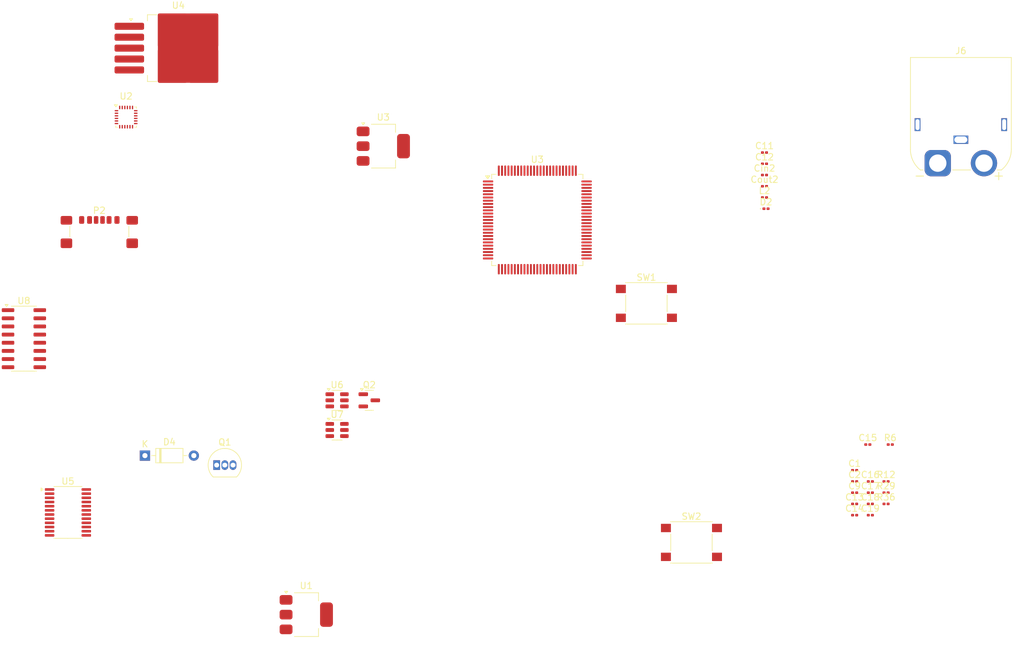
<source format=kicad_pcb>
(kicad_pcb (version 20240108) (generator "pcbnew") (generator_version "8.0")
  (layers (0 "F.Cu" signal) (31 "B.Cu" signal) (34 "B.Paste" user) (35 "F.Paste" user) (36 "B.SilkS" user "B.Silkscreen") (37 "F.SilkS" user "F.Silkscreen") (38 "B.Mask" user) (39 "F.Mask" user) (44 "Edge.Cuts" user))
  (net 0 "")
  (net 1 "GND")
  (net 2 "Net-(D1-K)")
  (net 3 "3.3V")
  (net 4 "5V")
  (net 5 "Net-(BZ1--)")
  (net 6 "Net-(P2-CC)")
  (net 7 "Net-(P2-VCONN)")
  (net 8 "Net-(Q1-B)")
  (net 9 "PA5")
  (net 11 "PB11")
  (net 25 "Net-(U2-REGOUT)")
  (net 26 "PB10")
  (net 29 "PB13")
  (net 31 "PE14")
  (net 32 "PC2")
  (net 35 "PA8")
  (net 37 "PA2")
  (net 42 "PA3")
  (net 45 "PD10")
  (net 46 "PA0")
  (net 48 "SWDIO")
  (net 53 "NRST")
  (net 56 "Net-(U3-VDDA)")
  (net 57 "PD11")
  (net 58 "Net-(U3-BOOT0)")
  (net 62 "PE13")
  (net 66 "PB15")
  (net 67 "PB14")
  (net 68 "Net-(U3-PB2)")
  (net 73 "SWCLK")
  (net 76 "PA7")
  (net 80 "PE11")
  (net 82 "PC1")
  (net 83 "PA9")
  (net 84 "PB12")
  (net 90 "PB7")
  (net 91 "Net-(U3-VCAP_1)")
  (net 93 "PB6")
  (net 97 "Net-(U3-VCAP_2)")
  (net 99 "PE9")
  (net 104 "PA1")
  (net 107 "PA6")
  (net 114 "Net-(D2-K)")
  (net 115 "Net-(J6-Pin_2)")
  (net 118 "PA4")
  (net 120 "Net-(J10-Pin_4)")
  (net 121 "Net-(J12-Pin_4)")
  (net 122 "Net-(J11-Pin_3)")
  (net 124 "Net-(J14-Pin_3)")
  (net 125 "Net-(J10-Pin_3)")
  (net 127 "Net-(J12-Pin_3)")
  (net 128 "Net-(J11-Pin_4)")
  (net 130 "Net-(J14-Pin_4)")
  (net 134 "Net-(P1-D+)")
  (net 135 "PA11")
  (net 136 "Net-(D3-K)")
  (net 137 "PA12")
  (net 138 "Net-(P1-D-)")
  (net 139 "Net-(P2-D-)")
  (net 140 "Net-(P2-D+)")
  (net 141 "Net-(U8-UD-)")
  (footprint "Resistor_SMD:R_0201_0603Metric" (layer "F.Cu") (at 169.345 98)
    (property "Reference" "R29" (at 0 -1.05 0) (layer "F.SilkS"))
    (property "Value" "1k")
    (pad "1" smd roundrect (at -0.32 0) (size 0.46 0.4) (layers "F.Cu" "F.Mask") (net 107 "PA6"))
    (pad "2" smd roundrect (at 0.32 0) (size 0.46 0.4) (layers "F.Cu" "F.Mask") (net 8 "Net-(Q1-B)"))
  )
  (footprint "Capacitor_SMD:C_0201_0603Metric" (layer "F.Cu") (at 164.445 94.5)
    (property "Reference" "C1" (at 0 -1.05 0) (layer "F.SilkS"))
    (property "Value" "100nF")
    (pad "1" smd roundrect (at -0.32 0) (size 0.46 0.4) (layers "F.Cu" "F.Mask") (net 1 "GND"))
    (pad "2" smd roundrect (at 0.32 0) (size 0.46 0.4) (layers "F.Cu" "F.Mask") (net 3 "3.3V"))
  )
  (footprint "Package_QFP:LQFP-100_14x14mm_P0.5mm" (layer "F.Cu") (at 115 55.5)
    (property "Reference" "U3" (at 0 -9.42 0) (layer "F.SilkS"))
    (property "Value" "STM32F407VGTx")
    (fp_line (start -7.11 -7.11) (end -7.11 -6.41) (stroke (width 0.12)) (layer "F.SilkS"))
    (fp_line (start -7.11 7.11) (end -7.11 6.41) (stroke (width 0.12)) (layer "F.SilkS"))
    (fp_line (start -6.41 -7.11) (end -7.11 -7.11) (stroke (width 0.12)) (layer "F.SilkS"))
    (fp_line (start -6.41 7.11) (end -7.11 7.11) (stroke (width 0.12)) (layer "F.SilkS"))
    (fp_line (start 6.41 -7.11) (end 7.11 -7.11) (stroke (width 0.12)) (layer "F.SilkS"))
    (fp_line (start 6.41 7.11) (end 7.11 7.11) (stroke (width 0.12)) (layer "F.SilkS"))
    (fp_line (start 7.11 -7.11) (end 7.11 -6.41) (stroke (width 0.12)) (layer "F.SilkS"))
    (fp_line (start 7.11 7.11) (end 7.11 6.41) (stroke (width 0.12)) (layer "F.SilkS"))
    (fp_poly (pts (xy -7.7375 -6.41) (xy -8.0775 -6.88) (xy -7.3975 -6.88) (xy -7.7375 -6.41)) (stroke (width 0.12)) (fill solid) (layer "F.SilkS"))
    (pad "1" smd roundrect (at -7.675 -6) (size 1.6 0.3) (layers "F.Cu" "F.Paste" "F.Mask"))
    (pad "2" smd roundrect (at -7.675 -5.5) (size 1.6 0.3) (layers "F.Cu" "F.Paste" "F.Mask"))
    (pad "3" smd roundrect (at -7.675 -5) (size 1.6 0.3) (layers "F.Cu" "F.Paste" "F.Mask"))
    (pad "4" smd roundrect (at -7.675 -4.5) (size 1.6 0.3) (layers "F.Cu" "F.Paste" "F.Mask"))
    (pad "5" smd roundrect (at -7.675 -4) (size 1.6 0.3) (layers "F.Cu" "F.Paste" "F.Mask"))
    (pad "6" smd roundrect (at -7.675 -3.5) (size 1.6 0.3) (layers "F.Cu" "F.Paste" "F.Mask") (net 3 "3.3V"))
    (pad "7" smd roundrect (at -7.675 -3) (size 1.6 0.3) (layers "F.Cu" "F.Paste" "F.Mask"))
    (pad "8" smd roundrect (at -7.675 -2.5) (size 1.6 0.3) (layers "F.Cu" "F.Paste" "F.Mask"))
    (pad "9" smd roundrect (at -7.675 -2) (size 1.6 0.3) (layers "F.Cu" "F.Paste" "F.Mask"))
    (pad "10" smd roundrect (at -7.675 -1.5) (size 1.6 0.3) (layers "F.Cu" "F.Paste" "F.Mask") (net 1 "GND"))
    (pad "11" smd roundrect (at -7.675 -1) (size 1.6 0.3) (layers "F.Cu" "F.Paste" "F.Mask") (net 3 "3.3V"))
    (pad "12" smd roundrect (at -7.675 -0.5) (size 1.6 0.3) (layers "F.Cu" "F.Paste" "F.Mask"))
    (pad "13" smd roundrect (at -7.675 0) (size 1.6 0.3) (layers "F.Cu" "F.Paste" "F.Mask"))
    (pad "14" smd roundrect (at -7.675 0.5) (size 1.6 0.3) (layers "F.Cu" "F.Paste" "F.Mask") (net 53 "NRST"))
    (pad "15" smd roundrect (at -7.675 1) (size 1.6 0.3) (layers "F.Cu" "F.Paste" "F.Mask"))
    (pad "16" smd roundrect (at -7.675 1.5) (size 1.6 0.3) (layers "F.Cu" "F.Paste" "F.Mask") (net 82 "PC1"))
    (pad "17" smd roundrect (at -7.675 2) (size 1.6 0.3) (layers "F.Cu" "F.Paste" "F.Mask") (net 32 "PC2"))
    (pad "18" smd roundrect (at -7.675 2.5) (size 1.6 0.3) (layers "F.Cu" "F.Paste" "F.Mask"))
    (pad "19" smd roundrect (at -7.675 3) (size 1.6 0.3) (layers "F.Cu" "F.Paste" "F.Mask") (net 3 "3.3V"))
    (pad "20" smd roundrect (at -7.675 3.5) (size 1.6 0.3) (layers "F.Cu" "F.Paste" "F.Mask") (net 1 "GND"))
    (pad "21" smd roundrect (at -7.675 4) (size 1.6 0.3) (layers "F.Cu" "F.Paste" "F.Mask"))
    (pad "22" smd roundrect (at -7.675 4.5) (size 1.6 0.3) (layers "F.Cu" "F.Paste" "F.Mask") (net 56 "Net-(U3-VDDA)"))
    (pad "23" smd roundrect (at -7.675 5) (size 1.6 0.3) (layers "F.Cu" "F.Paste" "F.Mask") (net 46 "PA0"))
    (pad "24" smd roundrect (at -7.675 5.5) (size 1.6 0.3) (layers "F.Cu" "F.Paste" "F.Mask") (net 104 "PA1"))
    (pad "25" smd roundrect (at -7.675 6) (size 1.6 0.3) (layers "F.Cu" "F.Paste" "F.Mask") (net 37 "PA2"))
    (pad "26" smd roundrect (at -6 7.675) (size 0.3 1.6) (layers "F.Cu" "F.Paste" "F.Mask") (net 42 "PA3"))
    (pad "27" smd roundrect (at -5.5 7.675) (size 0.3 1.6) (layers "F.Cu" "F.Paste" "F.Mask") (net 1 "GND"))
    (pad "28" smd roundrect (at -5 7.675) (size 0.3 1.6) (layers "F.Cu" "F.Paste" "F.Mask") (net 3 "3.3V"))
    (pad "29" smd roundrect (at -4.5 7.675) (size 0.3 1.6) (layers "F.Cu" "F.Paste" "F.Mask"))
    (pad "30" smd roundrect (at -4 7.675) (size 0.3 1.6) (layers "F.Cu" "F.Paste" "F.Mask"))
    (pad "31" smd roundrect (at -3.5 7.675) (size 0.3 1.6) (layers "F.Cu" "F.Paste" "F.Mask") (net 107 "PA6"))
    (pad "32" smd roundrect (at -3 7.675) (size 0.3 1.6) (layers "F.Cu" "F.Paste" "F.Mask") (net 76 "PA7"))
    (pad "33" smd roundrect (at -2.5 7.675) (size 0.3 1.6) (layers "F.Cu" "F.Paste" "F.Mask"))
    (pad "34" smd roundrect (at -2 7.675) (size 0.3 1.6) (layers "F.Cu" "F.Paste" "F.Mask"))
    (pad "35" smd roundrect (at -1.5 7.675) (size 0.3 1.6) (layers "F.Cu" "F.Paste" "F.Mask"))
    (pad "36" smd roundrect (at -1 7.675) (size 0.3 1.6) (layers "F.Cu" "F.Paste" "F.Mask"))
    (pad "37" smd roundrect (at -0.5 7.675) (size 0.3 1.6) (layers "F.Cu" "F.Paste" "F.Mask") (net 68 "Net-(U3-PB2)"))
    (pad "38" smd roundrect (at 0 7.675) (size 0.3 1.6) (layers "F.Cu" "F.Paste" "F.Mask"))
    (pad "39" smd roundrect (at 0.5 7.675) (size 0.3 1.6) (layers "F.Cu" "F.Paste" "F.Mask"))
    (pad "40" smd roundrect (at 1 7.675) (size 0.3 1.6) (layers "F.Cu" "F.Paste" "F.Mask") (net 99 "PE9"))
    (pad "41" smd roundrect (at 1.5 7.675) (size 0.3 1.6) (layers "F.Cu" "F.Paste" "F.Mask"))
    (pad "42" smd roundrect (at 2 7.675) (size 0.3 1.6) (layers "F.Cu" "F.Paste" "F.Mask") (net 80 "PE11"))
    (pad "43" smd roundrect (at 2.5 7.675) (size 0.3 1.6) (layers "F.Cu" "F.Paste" "F.Mask"))
    (pad "44" smd roundrect (at 3 7.675) (size 0.3 1.6) (layers "F.Cu" "F.Paste" "F.Mask") (net 62 "PE13"))
    (pad "45" smd roundrect (at 3.5 7.675) (size 0.3 1.6) (layers "F.Cu" "F.Paste" "F.Mask") (net 31 "PE14"))
    (pad "46" smd roundrect (at 4 7.675) (size 0.3 1.6) (layers "F.Cu" "F.Paste" "F.Mask"))
    (pad "47" smd roundrect (at 4.5 7.675) (size 0.3 1.6) (layers "F.Cu" "F.Paste" "F.Mask") (net 26 "PB10"))
    (pad "48" smd roundrect (at 5 7.675) (size 0.3 1.6) (layers "F.Cu" "F.Paste" "F.Mask") (net 11 "PB11"))
    (pad "49" smd roundrect (at 5.5 7.675) (size 0.3 1.6) (layers "F.Cu" "F.Paste" "F.Mask") (net 91 "Net-(U3-VCAP_1)"))
    (pad "50" smd roundrect (at 6 7.675) (size 0.3 1.6) (layers "F.Cu" "F.Paste" "F.Mask") (net 3 "3.3V"))
    (pad "51" smd roundrect (at 7.675 6) (size 1.6 0.3) (layers "F.Cu" "F.Paste" "F.Mask") (net 84 "PB12"))
    (pad "52" smd roundrect (at 7.675 5.5) (size 1.6 0.3) (layers "F.Cu" "F.Paste" "F.Mask") (net 29 "PB13"))
    (pad "53" smd roundrect (at 7.675 5) (size 1.6 0.3) (layers "F.Cu" "F.Paste" "F.Mask") (net 67 "PB14"))
    (pad "54" smd roundrect (at 7.675 4.5) (size 1.6 0.3) (layers "F.Cu" "F.Paste" "F.Mask") (net 66 "PB15"))
    (pad "55" smd roundrect (at 7.675 4) (size 1.6 0.3) (layers "F.Cu" "F.Paste" "F.Mask"))
    (pad "56" smd roundrect (at 7.675 3.5) (size 1.6 0.3) (layers "F.Cu" "F.Paste" "F.Mask"))
    (pad "57" smd roundrect (at 7.675 3) (size 1.6 0.3) (layers "F.Cu" "F.Paste" "F.Mask") (net 45 "PD10"))
    (pad "58" smd roundrect (at 7.675 2.5) (size 1.6 0.3) (layers "F.Cu" "F.Paste" "F.Mask") (net 57 "PD11"))
    (pad "59" smd roundrect (at 7.675 2) (size 1.6 0.3) (layers "F.Cu" "F.Paste" "F.Mask"))
    (pad "60" smd roundrect (at 7.675 1.5) (size 1.6 0.3) (layers "F.Cu" "F.Paste" "F.Mask"))
    (pad "61" smd roundrect (at 7.675 1) (size 1.6 0.3) (layers "F.Cu" "F.Paste" "F.Mask"))
    (pad "62" smd roundrect (at 7.675 0.5) (size 1.6 0.3) (layers "F.Cu" "F.Paste" "F.Mask"))
    (pad "63" smd roundrect (at 7.675 0) (size 1.6 0.3) (layers "F.Cu" "F.Paste" "F.Mask"))
    (pad "64" smd roundrect (at 7.675 -0.5) (size 1.6 0.3) (layers "F.Cu" "F.Paste" "F.Mask"))
    (pad "65" smd roundrect (at 7.675 -1) (size 1.6 0.3) (layers "F.Cu" "F.Paste" "F.Mask"))
    (pad "66" smd roundrect (at 7.675 -1.5) (size 1.6 0.3) (layers "F.Cu" "F.Paste" "F.Mask"))
    (pad "67" smd roundrect (at 7.675 -2) (size 1.6 0.3) (layers "F.Cu" "F.Paste" "F.Mask") (net 35 "PA8"))
    (pad "68" smd roundrect (at 7.675 -2.5) (size 1.6 0.3) (layers "F.Cu" "F.Paste" "F.Mask") (net 83 "PA9"))
    (pad "69" smd roundrect (at 7.675 -3) (size 1.6 0.3) (layers "F.Cu" "F.Paste" "F.Mask"))
    (pad "70" smd roundrect (at 7.675 -3.5) (size 1.6 0.3) (layers "F.Cu" "F.Paste" "F.Mask"))
    (pad "71" smd roundrect (at 7.675 -4) (size 1.6 0.3) (layers "F.Cu" "F.Paste" "F.Mask"))
    (pad "72" smd roundrect (at 7.675 -4.5) (size 1.6 0.3) (layers "F.Cu" "F.Paste" "F.Mask") (net 48 "SWDIO"))
    (pad "73" smd roundrect (at 7.675 -5) (size 1.6 0.3) (layers "F.Cu" "F.Paste" "F.Mask") (net 97 "Net-(U3-VCAP_2)"))
    (pad "74" smd roundrect (at 7.675 -5.5) (size 1.6 0.3) (layers "F.Cu" "F.Paste" "F.Mask") (net 1 "GND"))
    (pad "75" smd roundrect (at 7.675 -6) (size 1.6 0.3) (layers "F.Cu" "F.Paste" "F.Mask") (net 3 "3.3V"))
    (pad "76" smd roundrect (at 6 -7.675) (size 0.3 1.6) (layers "F.Cu" "F.Paste" "F.Mask") (net 73 "SWCLK"))
    (pad "77" smd roundrect (at 5.5 -7.675) (size 0.3 1.6) (layers "F.Cu" "F.Paste" "F.Mask"))
    (pad "78" smd roundrect (at 5 -7.675) (size 0.3 1.6) (layers "F.Cu" "F.Paste" "F.Mask"))
    (pad "79" smd roundrect (at 4.5 -7.675) (size 0.3 1.6) (layers "F.Cu" "F.Paste" "F.Mask"))
    (pad "80" smd roundrect (at 4 -7.675) (size 0.3 1.6) (layers "F.Cu" "F.Paste" "F.Mask"))
    (pad "81" smd roundrect (at 3.5 -7.675) (size 0.3 1.6) (layers "F.Cu" "F.Paste" "F.Mask"))
    (pad "82" smd roundrect (at 3 -7.675) (size 0.3 1.6) (layers "F.Cu" "F.Paste" "F.Mask"))
    (pad "83" smd roundrect (at 2.5 -7.675) (size 0.3 1.6) (layers "F.Cu" "F.Paste" "F.Mask"))
    (pad "84" smd roundrect (at 2 -7.675) (size 0.3 1.6) (layers "F.Cu" "F.Paste" "F.Mask"))
    (pad "85" smd roundrect (at 1.5 -7.675) (size 0.3 1.6) (layers "F.Cu" "F.Paste" "F.Mask"))
    (pad "86" smd roundrect (at 1 -7.675) (size 0.3 1.6) (layers "F.Cu" "F.Paste" "F.Mask"))
    (pad "87" smd roundrect (at 0.5 -7.675) (size 0.3 1.6) (layers "F.Cu" "F.Paste" "F.Mask"))
    (pad "88" smd roundrect (at 0 -7.675) (size 0.3 1.6) (layers "F.Cu" "F.Paste" "F.Mask"))
    (pad "89" smd roundrect (at -0.5 -7.675) (size 0.3 1.6) (layers "F.Cu" "F.Paste" "F.Mask"))
    (pad "90" smd roundrect (at -1 -7.675) (size 0.3 1.6) (layers "F.Cu" "F.Paste" "F.Mask"))
    (pad "91" smd roundrect (at -1.5 -7.675) (size 0.3 1.6) (layers "F.Cu" "F.Paste" "F.Mask"))
    (pad "92" smd roundrect (at -2 -7.675) (size 0.3 1.6) (layers "F.Cu" "F.Paste" "F.Mask") (net 93 "PB6"))
    (pad "93" smd roundrect (at -2.5 -7.675) (size 0.3 1.6) (layers "F.Cu" "F.Paste" "F.Mask") (net 90 "PB7"))
    (pad "94" smd roundrect (at -3 -7.675) (size 0.3 1.6) (layers "F.Cu" "F.Paste" "F.Mask") (net 58 "Net-(U3-BOOT0)"))
    (pad "95" smd roundrect (at -3.5 -7.675) (size 0.3 1.6) (layers "F.Cu" "F.Paste" "F.Mask"))
    (pad "96" smd roundrect (at -4 -7.675) (size 0.3 1.6) (layers "F.Cu" "F.Paste" "F.Mask"))
    (pad "97" smd roundrect (at -4.5 -7.675) (size 0.3 1.6) (layers "F.Cu" "F.Paste" "F.Mask"))
    (pad "98" smd roundrect (at -5 -7.675) (size 0.3 1.6) (layers "F.Cu" "F.Paste" "F.Mask"))
    (pad "99" smd roundrect (at -5.5 -7.675) (size 0.3 1.6) (layers "F.Cu" "F.Paste" "F.Mask") (net 1 "GND"))
    (pad "100" smd roundrect (at -6 -7.675) (size 0.3 1.6) (layers "F.Cu" "F.Paste" "F.Mask") (net 3 "3.3V"))
  )
  (footprint "Connector_AMASS:AMASS_XT60IPW-M_1x03_P7.20mm_Horizontal" (layer "F.Cu") (at 177.4 46.65)
    (property "Reference" "J6" (at 3.6 -17.5 0) (layer "F.SilkS"))
    (property "Value" "Input 12V-24V connector")
    (fp_line (start -4.26 -16.46) (end -4.26 -2.15) (stroke (width 0.12)) (layer "F.SilkS"))
    (fp_line (start -4.26 -16.46) (end 11.46 -16.46) (stroke (width 0.12)) (layer "F.SilkS"))
    (fp_line (start -2.71 1.06) (end -2.31 1.06) (stroke (width 0.12)) (layer "F.SilkS"))
    (fp_line (start 2.31 1.06) (end 5.1 1.06) (stroke (width 0.12)) (layer "F.SilkS"))
    (fp_line (start 9.25 1.06) (end 9.92 1.06) (stroke (width 0.12)) (layer "F.SilkS"))
    (fp_line (start 11.46 -16.46) (end 11.46 -2.15) (stroke (width 0.12)) (layer "F.SilkS"))
    (fp_arc (start -2.718715 1.058395) (mid -3.854694 -0.370298) (end -4.26 -2.15) (stroke (width 0.12)) (layer "F.SilkS"))
    (fp_arc (start 11.46 -2.15) (mid 11.05498 -0.370894) (end 9.919747 1.057569) (stroke (width 0.12)) (layer "F.SilkS"))
    (fp_text user "+" (at 9.5 1.9 0) (layer "F.SilkS") (effects (font (size 1.5 1.5))))
    (fp_text user "-" (at -2.8 1.9 0) (layer "F.SilkS") (effects (font (size 1.5 1.5))))
    (pad "" thru_hole rect (at -3.15 -6) (size 0.9 2) (drill oval 0.6 1.7) (layers "*.Cu" "*.Mask"))
    (pad "" thru_hole rect (at 10.35 -6) (size 0.9 2) (drill oval 0.6 1.7) (layers "*.Cu" "*.Mask"))
    (pad "1" thru_hole roundrect (at 0 0) (size 4.1 4.1) (drill 2.7) (layers "*.Cu" "*.Mask") (net 1 "GND"))
    (pad "2" thru_hole circle (at 7.2 0) (size 4.1 4.1) (drill 2.7) (layers "*.Cu" "*.Mask") (net 115 "Net-(J6-Pin_2)"))
    (pad "3" thru_hole rect (at 3.6 -3.65) (size 2.3 1.3) (drill oval 2 1) (layers "*.Cu" "*.Mask"))
  )
  (footprint "Package_SO:SOIC-16_3.9x9.9mm_P1.27mm" (layer "F.Cu") (at 35 74)
    (property "Reference" "U8" (at 0 -5.9 0) (layer "F.SilkS"))
    (property "Value" "CH340G")
    (fp_line (start 0 -5.06) (end -1.95 -5.06) (stroke (width 0.12)) (layer "F.SilkS"))
    (fp_line (start 0 -5.06) (end 1.95 -5.06) (stroke (width 0.12)) (layer "F.SilkS"))
    (fp_line (start 0 5.06) (end -1.95 5.06) (stroke (width 0.12)) (layer "F.SilkS"))
    (fp_line (start 0 5.06) (end 1.95 5.06) (stroke (width 0.12)) (layer "F.SilkS"))
    (fp_poly (pts (xy -2.7 -5.005) (xy -2.94 -5.335) (xy -2.46 -5.335) (xy -2.7 -5.005)) (stroke (width 0.12)) (fill solid) (layer "F.SilkS"))
    (pad "1" smd roundrect (at -2.475 -4.445) (size 1.95 0.6) (layers "F.Cu" "F.Paste" "F.Mask") (net 1 "GND"))
    (pad "2" smd roundrect (at -2.475 -3.175) (size 1.95 0.6) (layers "F.Cu" "F.Paste" "F.Mask") (net 26 "PB10"))
    (pad "3" smd roundrect (at -2.475 -1.905) (size 1.95 0.6) (layers "F.Cu" "F.Paste" "F.Mask") (net 11 "PB11"))
    (pad "4" smd roundrect (at -2.475 -0.635) (size 1.95 0.6) (layers "F.Cu" "F.Paste" "F.Mask") (net 3 "3.3V"))
    (pad "5" smd roundrect (at -2.475 0.635) (size 1.95 0.6) (layers "F.Cu" "F.Paste" "F.Mask") (net 2 "Net-(D1-K)"))
    (pad "6" smd roundrect (at -2.475 1.905) (size 1.95 0.6) (layers "F.Cu" "F.Paste" "F.Mask") (net 141 "Net-(U8-UD-)"))
    (pad "7" smd roundrect (at -2.475 3.175) (size 1.95 0.6) (layers "F.Cu" "F.Paste" "F.Mask"))
    (pad "8" smd roundrect (at -2.475 4.445) (size 1.95 0.6) (layers "F.Cu" "F.Paste" "F.Mask"))
    (pad "9" smd roundrect (at 2.475 4.445) (size 1.95 0.6) (layers "F.Cu" "F.Paste" "F.Mask"))
    (pad "10" smd roundrect (at 2.475 3.175) (size 1.95 0.6) (layers "F.Cu" "F.Paste" "F.Mask"))
    (pad "11" smd roundrect (at 2.475 1.905) (size 1.95 0.6) (layers "F.Cu" "F.Paste" "F.Mask"))
    (pad "12" smd roundrect (at 2.475 0.635) (size 1.95 0.6) (layers "F.Cu" "F.Paste" "F.Mask"))
    (pad "13" smd roundrect (at 2.475 -0.635) (size 1.95 0.6) (layers "F.Cu" "F.Paste" "F.Mask"))
    (pad "14" smd roundrect (at 2.475 -1.905) (size 1.95 0.6) (layers "F.Cu" "F.Paste" "F.Mask"))
    (pad "15" smd roundrect (at 2.475 -3.175) (size 1.95 0.6) (layers "F.Cu" "F.Paste" "F.Mask"))
    (pad "16" smd roundrect (at 2.475 -4.445) (size 1.95 0.6) (layers "F.Cu" "F.Paste" "F.Mask") (net 3 "3.3V"))
  )
  (footprint "Package_TO_SOT_THT:TO-92_Inline" (layer "F.Cu") (at 65.04 93.7)
    (property "Reference" "Q1" (at 1.27 -3.56 0) (layer "F.SilkS"))
    (property "Value" "S8050")
    (fp_line (start -0.53 1.85) (end 3.07 1.85) (stroke (width 0.12)) (layer "F.SilkS"))
    (fp_arc (start -0.568478 1.838478) (mid -1.132087 -0.994977) (end 1.27 -2.6) (stroke (width 0.12)) (layer "F.SilkS"))
    (fp_arc (start 1.27 -2.6) (mid 3.672087 -0.994977) (end 3.108478 1.838478) (stroke (width 0.12)) (layer "F.SilkS"))
    (pad "1" thru_hole rect (at 0 0) (size 1.05 1.5) (drill 0.75) (layers "*.Cu" "*.Mask") (net 1 "GND"))
    (pad "2" thru_hole oval (at 1.27 0) (size 1.05 1.5) (drill 0.75) (layers "*.Cu" "*.Mask") (net 8 "Net-(Q1-B)"))
    (pad "3" thru_hole oval (at 2.54 0) (size 1.05 1.5) (drill 0.75) (layers "*.Cu" "*.Mask") (net 5 "Net-(BZ1--)"))
  )
  (footprint "Diode_SMD:D_0201_0603Metric" (layer "F.Cu") (at 150.635 53.75)
    (property "Reference" "D2" (at 0 -1.05 0) (layer "F.SilkS"))
    (property "Value" "1N5822")
    (fp_circle (center -0.86 0) (end -0.81 0) (stroke (width 0.1)) (fill none) (layer "F.SilkS"))
    (pad "1" smd roundrect (at -0.32 0) (size 0.46 0.4) (layers "F.Cu" "F.Mask") (net 114 "Net-(D2-K)"))
    (pad "2" smd roundrect (at 0.32 0) (size 0.46 0.4) (layers "F.Cu" "F.Mask") (net 1 "GND"))
  )
  (footprint "Resistor_SMD:R_0201_0603Metric" (layer "F.Cu") (at 169.345 96.25)
    (property "Reference" "R12" (at 0 -1.05 0) (layer "F.SilkS"))
    (property "Value" "10k")
    (pad "1" smd roundrect (at -0.32 0) (size 0.46 0.4) (layers "F.Cu" "F.Mask") (net 1 "GND"))
    (pad "2" smd roundrect (at 0.32 0) (size 0.46 0.4) (layers "F.Cu" "F.Mask") (net 58 "Net-(U3-BOOT0)"))
  )
  (footprint "Resistor_SMD:R_0201_0603Metric" (layer "F.Cu") (at 170 90.5)
    (property "Reference" "R6" (at 0 -1.05 0) (layer "F.SilkS"))
    (property "Value" "10k")
    (pad "1" smd roundrect (at -0.32 0) (size 0.46 0.4) (layers "F.Cu" "F.Mask") (net 3 "3.3V"))
    (pad "2" smd roundrect (at 0.32 0) (size 0.46 0.4) (layers "F.Cu" "F.Mask") (net 53 "NRST"))
  )
  (footprint "Button_Switch_SMD:SW_SPST_PTS645" (layer "F.Cu") (at 139.02 105.75)
    (property "Reference" "SW2" (at 0 -4.05 0) (layer "F.SilkS"))
    (property "Value" "SW_Push")
    (fp_line (start -3.23 -3.23) (end 3.23 -3.23) (stroke (width 0.12)) (layer "F.SilkS"))
    (fp_line (start -3.23 -3.2) (end -3.23 -3.23) (stroke (width 0.12)) (layer "F.SilkS"))
    (fp_line (start -3.23 -1.3) (end -3.23 1.3) (stroke (width 0.12)) (layer "F.SilkS"))
    (fp_line (start -3.23 3.23) (end -3.23 3.2) (stroke (width 0.12)) (layer "F.SilkS"))
    (fp_line (start -3.23 3.23) (end 3.23 3.23) (stroke (width 0.12)) (layer "F.SilkS"))
    (fp_line (start 3.23 -3.23) (end 3.23 -3.2) (stroke (width 0.12)) (layer "F.SilkS"))
    (fp_line (start 3.23 -1.3) (end 3.23 1.3) (stroke (width 0.12)) (layer "F.SilkS"))
    (fp_line (start 3.23 3.23) (end 3.23 3.2) (stroke (width 0.12)) (layer "F.SilkS"))
    (pad "1" smd rect (at -3.98 -2.25) (size 1.55 1.3) (layers "F.Cu" "F.Paste" "F.Mask") (net 1 "GND"))
    (pad "1" smd rect (at 3.98 -2.25) (size 1.55 1.3) (layers "F.Cu" "F.Paste" "F.Mask") (net 1 "GND"))
    (pad "2" smd rect (at -3.98 2.25) (size 1.55 1.3) (layers "F.Cu" "F.Paste" "F.Mask") (net 3 "3.3V"))
    (pad "2" smd rect (at 3.98 2.25) (size 1.55 1.3) (layers "F.Cu" "F.Paste" "F.Mask") (net 3 "3.3V"))
  )
  (footprint "Sensor_Motion:InvenSense_QFN-24_3x3mm_P0.4mm" (layer "F.Cu") (at 50.925 39.475)
    (property "Reference" "U2" (at 0 -3.25 0) (layer "F.SilkS"))
    (property "Value" "ICM-20948")
    (fp_line (start -1.6 1.6) (end -1.6 1.35) (stroke (width 0.12)) (layer "F.SilkS"))
    (fp_line (start -1.6 1.6) (end -1.35 1.6) (stroke (width 0.12)) (layer "F.SilkS"))
    (fp_line (start 1.6 -1.6) (end 1.35 -1.6) (stroke (width 0.12)) (layer "F.SilkS"))
    (fp_line (start 1.6 -1.6) (end 1.6 -1.35) (stroke (width 0.12)) (layer "F.SilkS"))
    (fp_line (start 1.6 1.6) (end 1.35 1.6) (stroke (width 0.12)) (layer "F.SilkS"))
    (fp_line (start 1.6 1.6) (end 1.6 1.35) (stroke (width 0.12)) (layer "F.SilkS"))
    (fp_poly (pts (xy -1.6 -1.6) (xy -1.84 -1.93) (xy -1.36 -1.93) (xy -1.6 -1.6)) (stroke (width 0.12)) (fill solid) (layer "F.SilkS"))
    (pad "1" smd roundrect (at -1.5 -1) (size 0.55 0.2) (layers "F.Cu" "F.Paste" "F.Mask"))
    (pad "2" smd roundrect (at -1.5 -0.6) (size 0.55 0.2) (layers "F.Cu" "F.Paste" "F.Mask"))
    (pad "3" smd roundrect (at -1.5 -0.2) (size 0.55 0.2) (layers "F.Cu" "F.Paste" "F.Mask"))
    (pad "4" smd roundrect (at -1.5 0.2) (size 0.55 0.2) (layers "F.Cu" "F.Paste" "F.Mask"))
    (pad "5" smd roundrect (at -1.5 0.6) (size 0.55 0.2) (layers "F.Cu" "F.Paste" "F.Mask"))
    (pad "6" smd roundrect (at -1.5 1) (size 0.55 0.2) (layers "F.Cu" "F.Paste" "F.Mask"))
    (pad "7" smd roundrect (at -1 1.5 90) (size 0.55 0.2) (layers "F.Cu" "F.Paste" "F.Mask"))
    (pad "8" smd roundrect (at -0.6 1.5 90) (size 0.55 0.2) (layers "F.Cu" "F.Paste" "F.Mask") (net 3 "3.3V"))
    (pad "9" smd roundrect (at -0.2 1.5 90) (size 0.55 0.2) (layers "F.Cu" "F.Paste" "F.Mask") (net 1 "GND"))
    (pad "10" smd roundrect (at 0.2 1.5 90) (size 0.55 0.2) (layers "F.Cu" "F.Paste" "F.Mask") (net 25 "Net-(U2-REGOUT)"))
    (pad "11" smd roundrect (at 0.6 1.5 90) (size 0.55 0.2) (layers "F.Cu" "F.Paste" "F.Mask"))
    (pad "12" smd roundrect (at 1 1.5 90) (size 0.55 0.2) (layers "F.Cu" "F.Paste" "F.Mask"))
    (pad "13" smd roundrect (at 1.5 1) (size 0.55 0.2) (layers "F.Cu" "F.Paste" "F.Mask") (net 3 "3.3V"))
    (pad "14" smd roundrect (at 1.5 0.6) (size 0.55 0.2) (layers "F.Cu" "F.Paste" "F.Mask"))
    (pad "15" smd roundrect (at 1.5 0.2) (size 0.55 0.2) (layers "F.Cu" "F.Paste" "F.Mask"))
    (pad "16" smd roundrect (at 1.5 -0.2) (size 0.55 0.2) (layers "F.Cu" "F.Paste" "F.Mask"))
    (pad "17" smd roundrect (at 1.5 -0.6) (size 0.55 0.2) (layers "F.Cu" "F.Paste" "F.Mask"))
    (pad "18" smd roundrect (at 1.5 -1) (size 0.55 0.2) (layers "F.Cu" "F.Paste" "F.Mask") (net 1 "GND"))
    (pad "19" smd roundrect (at 1 -1.5 90) (size 0.55 0.2) (layers "F.Cu" "F.Paste" "F.Mask"))
    (pad "20" smd roundrect (at 0.6 -1.5 90) (size 0.55 0.2) (layers "F.Cu" "F.Paste" "F.Mask") (net 1 "GND"))
    (pad "21" smd roundrect (at 0.2 -1.5 90) (size 0.55 0.2) (layers "F.Cu" "F.Paste" "F.Mask"))
    (pad "22" smd roundrect (at -0.2 -1.5 90) (size 0.55 0.2) (layers "F.Cu" "F.Paste" "F.Mask") (net 3 "3.3V"))
    (pad "23" smd roundrect (at -0.6 -1.5 90) (size 0.55 0.2) (layers "F.Cu" "F.Paste" "F.Mask") (net 26 "PB10"))
    (pad "24" smd roundrect (at -1 -1.5 90) (size 0.55 0.2) (layers "F.Cu" "F.Paste" "F.Mask") (net 11 "PB11"))
  )
  (footprint "Capacitor_SMD:C_0201_0603Metric" (layer "F.Cu") (at 164.445 96.25)
    (property "Reference" "C2" (at 0 -1.05 0) (layer "F.SilkS"))
    (property "Value" "100nF")
    (pad "1" smd roundrect (at -0.32 0) (size 0.46 0.4) (layers "F.Cu" "F.Mask") (net 1 "GND"))
    (pad "2" smd roundrect (at 0.32 0) (size 0.46 0.4) (layers "F.Cu" "F.Mask") (net 3 "3.3V"))
  )
  (footprint "Capacitor_SMD:C_0201_0603Metric" (layer "F.Cu") (at 166.895 99.75)
    (property "Reference" "C18" (at 0 -1.05 0) (layer "F.SilkS"))
    (property "Value" "100nF")
    (pad "1" smd roundrect (at -0.32 0) (size 0.46 0.4) (layers "F.Cu" "F.Mask") (net 1 "GND"))
    (pad "2" smd roundrect (at 0.32 0) (size 0.46 0.4) (layers "F.Cu" "F.Mask") (net 3 "3.3V"))
  )
  (footprint "Capacitor_SMD:C_0201_0603Metric" (layer "F.Cu") (at 166.5 90.5)
    (property "Reference" "C15" (at 0 -1.05 0) (layer "F.SilkS"))
    (property "Value" "100nF")
    (pad "1" smd roundrect (at -0.32 0) (size 0.46 0.4) (layers "F.Cu" "F.Mask") (net 1 "GND"))
    (pad "2" smd roundrect (at 0.32 0) (size 0.46 0.4) (layers "F.Cu" "F.Mask") (net 3 "3.3V"))
  )
  (footprint "Capacitor_SMD:C_0201_0603Metric" (layer "F.Cu") (at 150.4 50.25)
    (property "Reference" "Cout2" (at 0 -1.05 0) (layer "F.SilkS"))
    (property "Value" "220uF")
    (pad "1" smd roundrect (at -0.32 0) (size 0.46 0.4) (layers "F.Cu" "F.Mask") (net 4 "5V"))
    (pad "2" smd roundrect (at 0.32 0) (size 0.46 0.4) (layers "F.Cu" "F.Mask") (net 1 "GND"))
  )
  (footprint "Package_TO_SOT_SMD:SOT-23" (layer "F.Cu") (at 88.82 83.605)
    (property "Reference" "Q2" (at 0 -2.4 0) (layer "F.SilkS"))
    (property "Value" "IRLML6402")
    (fp_line (start 0 -1.56) (end -0.65 -1.56) (stroke (width 0.12)) (layer "F.SilkS"))
    (fp_line (start 0 -1.56) (end 0.65 -1.56) (stroke (width 0.12)) (layer "F.SilkS"))
    (fp_line (start 0 1.56) (end -0.65 1.56) (stroke (width 0.12)) (layer "F.SilkS"))
    (fp_line (start 0 1.56) (end 0.65 1.56) (stroke (width 0.12)) (layer "F.SilkS"))
    (fp_poly (pts (xy -1.1625 -1.51) (xy -1.4025 -1.84) (xy -0.9225 -1.84) (xy -1.1625 -1.51)) (stroke (width 0.12)) (fill solid) (layer "F.SilkS"))
    (pad "1" smd roundrect (at -0.9375 -0.95) (size 1.475 0.6) (layers "F.Cu" "F.Paste" "F.Mask") (net 9 "PA5"))
    (pad "2" smd roundrect (at -0.9375 0.95) (size 1.475 0.6) (layers "F.Cu" "F.Paste" "F.Mask") (net 3 "3.3V"))
    (pad "3" smd roundrect (at 0.9375 0) (size 1.475 0.6) (layers "F.Cu" "F.Paste" "F.Mask") (net 3 "3.3V"))
  )
  (footprint "Package_TO_SOT_SMD:SOT-223-3_TabPin2" (layer "F.Cu") (at 79 117)
    (property "Reference" "U1" (at 0 -4.5 0) (layer "F.SilkS"))
    (property "Value" "LM1117MP-3.3")
    (fp_line (start -1.85 -3.41) (end 1.91 -3.41) (stroke (width 0.12)) (layer "F.SilkS"))
    (fp_line (start -1.85 3.41) (end 1.91 3.41) (stroke (width 0.12)) (layer "F.SilkS"))
    (fp_line (start 1.91 -3.41) (end 1.91 -2.15) (stroke (width 0.12)) (layer "F.SilkS"))
    (fp_line (start 1.91 3.41) (end 1.91 2.15) (stroke (width 0.12)) (layer "F.SilkS"))
    (fp_poly (pts (xy -3.13 -3.31) (xy -3.37 -3.64) (xy -2.89 -3.64) (xy -3.13 -3.31)) (stroke (width 0.12)) (fill solid) (layer "F.SilkS"))
    (pad "1" smd roundrect (at -3.15 -2.3) (size 2 1.5) (layers "F.Cu" "F.Paste" "F.Mask") (net 1 "GND"))
    (pad "2" smd roundrect (at -3.15 0) (size 2 1.5) (layers "F.Cu" "F.Paste" "F.Mask") (net 3 "3.3V"))
    (pad "2" smd roundrect (at 3.15 0) (size 2 3.8) (layers "F.Cu" "F.Paste" "F.Mask") (net 3 "3.3V"))
    (pad "3" smd roundrect (at -3.15 2.3) (size 2 1.5) (layers "F.Cu" "F.Paste" "F.Mask") (net 4 "5V"))
  )
  (footprint "Package_TO_SOT_SMD:SOT-23-6" (layer "F.Cu") (at 83.8 83.605)
    (property "Reference" "U6" (at 0 -2.4 0) (layer "F.SilkS"))
    (property "Value" "USBLC6-2SC6")
    (fp_line (start 0 -1.56) (end -0.8 -1.56) (stroke (width 0.12)) (layer "F.SilkS"))
    (fp_line (start 0 -1.56) (end 0.8 -1.56) (stroke (width 0.12)) (layer "F.SilkS"))
    (fp_line (start 0 1.56) (end -0.8 1.56) (stroke (width 0.12)) (layer "F.SilkS"))
    (fp_line (start 0 1.56) (end 0.8 1.56) (stroke (width 0.12)) (layer "F.SilkS"))
    (fp_poly (pts (xy -1.3 -1.51) (xy -1.54 -1.84) (xy -1.06 -1.84) (xy -1.3 -1.51)) (stroke (width 0.12)) (fill solid) (layer "F.SilkS"))
    (pad "1" smd roundrect (at -1.1375 -0.95) (size 1.325 0.6) (layers "F.Cu" "F.Paste" "F.Mask") (net 137 "PA12"))
    (pad "2" smd roundrect (at -1.1375 0) (size 1.325 0.6) (layers "F.Cu" "F.Paste" "F.Mask") (net 1 "GND"))
    (pad "3" smd roundrect (at -1.1375 0.95) (size 1.325 0.6) (layers "F.Cu" "F.Paste" "F.Mask") (net 135 "PA11"))
    (pad "4" smd roundrect (at 1.1375 0.95) (size 1.325 0.6) (layers "F.Cu" "F.Paste" "F.Mask") (net 138 "Net-(P1-D-)"))
    (pad "5" smd roundrect (at 1.1375 0) (size 1.325 0.6) (layers "F.Cu" "F.Paste" "F.Mask") (net 136 "Net-(D3-K)"))
    (pad "6" smd roundrect (at 1.1375 -0.95) (size 1.325 0.6) (layers "F.Cu" "F.Paste" "F.Mask") (net 134 "Net-(P1-D+)"))
  )
  (footprint "Capacitor_SMD:C_0201_0603Metric" (layer "F.Cu") (at 164.445 101.5)
    (property "Reference" "C14" (at 0 -1.05 0) (layer "F.SilkS"))
    (property "Value" "100nF")
    (pad "1" smd roundrect (at -0.32 0) (size 0.46 0.4) (layers "F.Cu" "F.Mask") (net 1 "GND"))
    (pad "2" smd roundrect (at 0.32 0) (size 0.46 0.4) (layers "F.Cu" "F.Mask") (net 3 "3.3V"))
  )
  (footprint "Package_TO_SOT_SMD:SOT-23-6" (layer "F.Cu") (at 83.8 88.23)
    (property "Reference" "U7" (at 0 -2.4 0) (layer "F.SilkS"))
    (property "Value" "USBLC6-2SC6")
    (fp_line (start 0 -1.56) (end -0.8 -1.56) (stroke (width 0.12)) (layer "F.SilkS"))
    (fp_line (start 0 -1.56) (end 0.8 -1.56) (stroke (width 0.12)) (layer "F.SilkS"))
    (fp_line (start 0 1.56) (end -0.8 1.56) (stroke (width 0.12)) (layer "F.SilkS"))
    (fp_line (start 0 1.56) (end 0.8 1.56) (stroke (width 0.12)) (layer "F.SilkS"))
    (fp_poly (pts (xy -1.3 -1.51) (xy -1.54 -1.84) (xy -1.06 -1.84) (xy -1.3 -1.51)) (stroke (width 0.12)) (fill solid) (layer "F.SilkS"))
    (pad "1" smd roundrect (at -1.1375 -0.95) (size 1.325 0.6) (layers "F.Cu" "F.Paste" "F.Mask") (net 2 "Net-(D1-K)"))
    (pad "2" smd roundrect (at -1.1375 0) (size 1.325 0.6) (layers "F.Cu" "F.Paste" "F.Mask") (net 1 "GND"))
    (pad "3" smd roundrect (at -1.1375 0.95) (size 1.325 0.6) (layers "F.Cu" "F.Paste" "F.Mask") (net 141 "Net-(U8-UD-)"))
    (pad "4" smd roundrect (at 1.1375 0.95) (size 1.325 0.6) (layers "F.Cu" "F.Paste" "F.Mask") (net 139 "Net-(P2-D-)"))
    (pad "5" smd roundrect (at 1.1375 0) (size 1.325 0.6) (layers "F.Cu" "F.Paste" "F.Mask") (net 2 "Net-(D1-K)"))
    (pad "6" smd roundrect (at 1.1375 -0.95) (size 1.325 0.6) (layers "F.Cu" "F.Paste" "F.Mask") (net 140 "Net-(P2-D+)"))
  )
  (footprint "Diode_THT:D_DO-35_SOD27_P7.62mm_Horizontal" (layer "F.Cu") (at 53.86 92.22)
    (property "Reference" "D4" (at 3.81 -2.12 0) (layer "F.SilkS"))
    (property "Value" "1N4148")
    (fp_line (start 1.04 0) (end 1.69 0) (stroke (width 0.12)) (layer "F.SilkS"))
    (fp_line (start 1.69 -1.12) (end 1.69 1.12) (stroke (width 0.12)) (layer "F.SilkS"))
    (fp_line (start 1.69 1.12) (end 5.93 1.12) (stroke (width 0.12)) (layer "F.SilkS"))
    (fp_line (start 2.29 -1.12) (end 2.29 1.12) (stroke (width 0.12)) (layer "F.SilkS"))
    (fp_line (start 2.41 -1.12) (end 2.41 1.12) (stroke (width 0.12)) (layer "F.SilkS"))
    (fp_line (start 2.53 -1.12) (end 2.53 1.12) (stroke (width 0.12)) (layer "F.SilkS"))
    (fp_line (start 5.93 -1.12) (end 1.69 -1.12) (stroke (width 0.12)) (layer "F.SilkS"))
    (fp_line (start 5.93 1.12) (end 5.93 -1.12) (stroke (width 0.12)) (layer "F.SilkS"))
    (fp_line (start 6.58 0) (end 5.93 0) (stroke (width 0.12)) (layer "F.SilkS"))
    (fp_text user "K" (at 0 -1.8 0) (layer "F.SilkS"))
    (pad "1" thru_hole rect (at 0 0) (size 1.6 1.6) (drill 0.8) (layers "*.Cu" "*.Mask") (net 4 "5V"))
    (pad "2" thru_hole oval (at 7.62 0) (size 1.6 1.6) (drill 0.8) (layers "*.Cu" "*.Mask") (net 5 "Net-(BZ1--)"))
  )
  (footprint "Button_Switch_SMD:SW_SPST_PTS645" (layer "F.Cu") (at 132 68.5)
    (property "Reference" "SW1" (at 0 -4.05 0) (layer "F.SilkS"))
    (property "Value" "SW_Push")
    (fp_line (start -3.23 -3.23) (end 3.23 -3.23) (stroke (width 0.12)) (layer "F.SilkS"))
    (fp_line (start -3.23 -3.2) (end -3.23 -3.23) (stroke (width 0.12)) (layer "F.SilkS"))
    (fp_line (start -3.23 -1.3) (end -3.23 1.3) (stroke (width 0.12)) (layer "F.SilkS"))
    (fp_line (start -3.23 3.23) (end -3.23 3.2) (stroke (width 0.12)) (layer "F.SilkS"))
    (fp_line (start -3.23 3.23) (end 3.23 3.23) (stroke (width 0.12)) (layer "F.SilkS"))
    (fp_line (start 3.23 -3.23) (end 3.23 -3.2) (stroke (width 0.12)) (layer "F.SilkS"))
    (fp_line (start 3.23 -1.3) (end 3.23 1.3) (stroke (width 0.12)) (layer "F.SilkS"))
    (fp_line (start 3.23 3.23) (end 3.23 3.2) (stroke (width 0.12)) (layer "F.SilkS"))
    (pad "1" smd rect (at -3.98 -2.25) (size 1.55 1.3) (layers "F.Cu" "F.Paste" "F.Mask") (net 1 "GND"))
    (pad "1" smd rect (at 3.98 -2.25) (size 1.55 1.3) (layers "F.Cu" "F.Paste" "F.Mask") (net 1 "GND"))
    (pad "2" smd rect (at -3.98 2.25) (size 1.55 1.3) (layers "F.Cu" "F.Paste" "F.Mask") (net 53 "NRST"))
    (pad "2" smd rect (at 3.98 2.25) (size 1.55 1.3) (layers "F.Cu" "F.Paste" "F.Mask") (net 53 "NRST"))
  )
  (footprint "Capacitor_SMD:C_0201_0603Metric" (layer "F.Cu") (at 164.445 99.75)
    (property "Reference" "C13" (at 0 -1.05 0) (layer "F.SilkS"))
    (property "Value" "100nF")
    (pad "1" smd roundrect (at -0.32 0) (size 0.46 0.4) (layers "F.Cu" "F.Mask") (net 1 "GND"))
    (pad "2" smd roundrect (at 0.32 0) (size 0.46 0.4) (layers "F.Cu" "F.Mask") (net 3 "3.3V"))
  )
  (footprint "Capacitor_SMD:C_0201_0603Metric" (layer "F.Cu") (at 164.445 98)
    (property "Reference" "C9" (at 0 -1.05 0) (layer "F.SilkS"))
    (property "Value" "100nF")
    (pad "1" smd roundrect (at -0.32 0) (size 0.46 0.4) (layers "F.Cu" "F.Mask") (net 1 "GND"))
    (pad "2" smd roundrect (at 0.32 0) (size 0.46 0.4) (layers "F.Cu" "F.Mask") (net 53 "NRST"))
  )
  (footprint "Inductor_SMD:L_0201_0603Metric" (layer "F.Cu") (at 150.4 52)
    (property "Reference" "L2" (at 0 -1.05 0) (layer "F.SilkS"))
    (property "Value" "33uH")
    (pad "1" smd roundrect (at -0.32 0) (size 0.46 0.4) (layers "F.Cu" "F.Mask") (net 114 "Net-(D2-K)"))
    (pad "2" smd roundrect (at 0.32 0) (size 0.46 0.4) (layers "F.Cu" "F.Mask") (net 4 "5V"))
  )
  (footprint "Resistor_SMD:R_0201_0603Metric" (layer "F.Cu") (at 169.345 99.75)
    (property "Reference" "R36" (at 0 -1.05 0) (layer "F.SilkS"))
    (property "Value" "10k")
    (pad "1" smd roundrect (at -0.32 0) (size 0.46 0.4) (layers "F.Cu" "F.Mask") (net 68 "Net-(U3-PB2)"))
    (pad "2" smd roundrect (at 0.32 0) (size 0.46 0.4) (layers "F.Cu" "F.Mask") (net 1 "GND"))
  )
  (footprint "Package_SO:TSSOP-24_4.4x7.8mm_P0.65mm" (layer "F.Cu") (at 41.8625 101.075)
    (property "Reference" "U5" (at 0 -4.85 0) (layer "F.SilkS"))
    (property "Value" "TCA9548APWR")
    (fp_line (start 0 -4.035) (end -2.2 -4.035) (stroke (width 0.12)) (layer "F.SilkS"))
    (fp_line (start 0 -4.035) (end 2.2 -4.035) (stroke (width 0.12)) (layer "F.SilkS"))
    (fp_line (start 0 4.035) (end -2.2 4.035) (stroke (width 0.12)) (layer "F.SilkS"))
    (fp_line (start 0 4.035) (end 2.2 4.035) (stroke (width 0.12)) (layer "F.SilkS"))
    (fp_poly (pts (xy -3.86 -3.575) (xy -4.19 -3.815) (xy -4.19 -3.335) (xy -3.86 -3.575)) (stroke (width 0.12)) (fill solid) (layer "F.SilkS"))
    (pad "1" smd roundrect (at -2.8625 -3.575) (size 1.475 0.4) (layers "F.Cu" "F.Paste" "F.Mask") (net 1 "GND"))
    (pad "2" smd roundrect (at -2.8625 -2.925) (size 1.475 0.4) (layers "F.Cu" "F.Paste" "F.Mask") (net 1 "GND"))
    (pad "3" smd roundrect (at -2.8625 -2.275) (size 1.475 0.4) (layers "F.Cu" "F.Paste" "F.Mask") (net 118 "PA4"))
    (pad "4" smd roundrect (at -2.8625 -1.625) (size 1.475 0.4) (layers "F.Cu" "F.Paste" "F.Mask") (net 130 "Net-(J14-Pin_4)"))
    (pad "5" smd roundrect (at -2.8625 -0.975) (size 1.475 0.4) (layers "F.Cu" "F.Paste" "F.Mask") (net 124 "Net-(J14-Pin_3)"))
    (pad "6" smd roundrect (at -2.8625 -0.325) (size 1.475 0.4) (layers "F.Cu" "F.Paste" "F.Mask") (net 120 "Net-(J10-Pin_4)"))
    (pad "7" smd roundrect (at -2.8625 0.325) (size 1.475 0.4) (layers "F.Cu" "F.Paste" "F.Mask") (net 125 "Net-(J10-Pin_3)"))
    (pad "8" smd roundrect (at -2.8625 0.975) (size 1.475 0.4) (layers "F.Cu" "F.Paste" "F.Mask") (net 128 "Net-(J11-Pin_4)"))
    (pad "9" smd roundrect (at -2.8625 1.625) (size 1.475 0.4) (layers "F.Cu" "F.Paste" "F.Mask") (net 122 "Net-(J11-Pin_3)"))
    (pad "10" smd roundrect (at -2.8625 2.275) (size 1.475 0.4) (layers "F.Cu" "F.Paste" "F.Mask") (net 121 "Net-(J12-Pin_4)"))
    (pad "11" smd roundrect (at -2.8625 2.925) (size 1.475 0.4) (layers "F.Cu" "F.Paste" "F.Mask") (net 127 "Net-(J12-Pin_3)"))
    (pad "12" smd roundrect (at -2.8625 3.575) (size 1.475 0.4) (layers "F.Cu" "F.Paste" "F.Mask") (net 1 "GND"))
    (pad "13" smd roundrect (at 2.8625 3.575) (size 1.475 0.4) (layers "F.Cu" "F.Paste" "F.Mask"))
    (pad "14" smd roundrect (at 2.8625 2.925) (size 1.475 0.4) (layers "F.Cu" "F.Paste" "F.Mask"))
    (pad "15" smd roundrect (at 2.8625 2.275) (size 1.475 0.4) (layers "F.Cu" "F.Paste" "F.Mask"))
    (pad "16" smd roundrect (at 2.8625 1.625) (size 1.475 0.4) (layers "F.Cu" "F.Paste" "F.Mask"))
    (pad "17" smd roundrect (at 2.8625 0.975) (size 1.475 0.4) (layers "F.Cu" "F.Paste" "F.Mask"))
    (pad "18" smd roundrect (at 2.8625 0.325) (size 1.475 0.4) (layers "F.Cu" "F.Paste" "F.Mask"))
    (pad "19" smd roundrect (at 2.8625 -0.325) (size 1.475 0.4) (layers "F.Cu" "F.Paste" "F.Mask"))
    (pad "20" smd roundrect (at 2.8625 -0.975) (size 1.475 0.4) (layers "F.Cu" "F.Paste" "F.Mask"))
    (pad "21" smd roundrect (at 2.8625 -1.625) (size 1.475 0.4) (layers "F.Cu" "F.Paste" "F.Mask") (net 1 "GND"))
    (pad "22" smd roundrect (at 2.8625 -2.275) (size 1.475 0.4) (layers "F.Cu" "F.Paste" "F.Mask") (net 93 "PB6"))
    (pad "23" smd roundrect (at 2.8625 -2.925) (size 1.475 0.4) (layers "F.Cu" "F.Paste" "F.Mask") (net 90 "PB7"))
    (pad "24" smd roundrect (at 2.8625 -3.575) (size 1.475 0.4) (layers "F.Cu" "F.Paste" "F.Mask") (net 3 "3.3V"))
  )
  (footprint "Package_TO_SOT_SMD:SOT-223-3_TabPin2" (layer "F.Cu") (at 91 44)
    (property "Reference" "U3" (at 0 -4.5 0) (layer "F.SilkS"))
    (property "Value" "LM1117MP-3.3")
    (fp_line (start -1.85 -3.41) (end 1.91 -3.41) (stroke (width 0.12)) (layer "F.SilkS"))
    (fp_line (start -1.85 3.41) (end 1.91 3.41) (stroke (width 0.12)) (layer "F.SilkS"))
    (fp_line (start 1.91 -3.41) (end 1.91 -2.15) (stroke (width 0.12)) (layer "F.SilkS"))
    (fp_line (start 1.91 3.41) (end 1.91 2.15) (stroke (width 0.12)) (layer "F.SilkS"))
    (fp_poly (pts (xy -3.13 -3.31) (xy -3.37 -3.64) (xy -2.89 -3.64) (xy -3.13 -3.31)) (stroke (width 0.12)) (fill solid) (layer "F.SilkS"))
    (pad "1" smd roundrect (at -3.15 -2.3) (size 2 1.5) (layers "F.Cu" "F.Paste" "F.Mask") (net 1 "GND"))
    (pad "2" smd roundrect (at -3.15 0) (size 2 1.5) (layers "F.Cu" "F.Paste" "F.Mask") (net 3 "3.3V"))
    (pad "2" smd roundrect (at 3.15 0) (size 2 3.8) (layers "F.Cu" "F.Paste" "F.Mask") (net 3 "3.3V"))
    (pad "3" smd roundrect (at -3.15 2.3) (size 2 1.5) (layers "F.Cu" "F.Paste" "F.Mask") (net 4 "5V"))
  )
  (footprint "Capacitor_SMD:C_0201_0603Metric" (layer "F.Cu") (at 166.895 96.25)
    (property "Reference" "C16" (at 0 -1.05 0) (layer "F.SilkS"))
    (property "Value" "100nF")
    (pad "1" smd roundrect (at -0.32 0) (size 0.46 0.4) (layers "F.Cu" "F.Mask") (net 1 "GND"))
    (pad "2" smd roundrect (at 0.32 0) (size 0.46 0.4) (layers "F.Cu" "F.Mask") (net 56 "Net-(U3-VDDA)"))
  )
  (footprint "Capacitor_SMD:C_0201_0603Metric" (layer "F.Cu") (at 150.4 46.75)
    (property "Reference" "C12" (at 0 -1.05 0) (layer "F.SilkS"))
    (property "Value" "10uF")
    (pad "1" smd roundrect (at -0.32 0) (size 0.46 0.4) (layers "F.Cu" "F.Mask") (net 3 "3.3V"))
    (pad "2" smd roundrect (at 0.32 0) (size 0.46 0.4) (layers "F.Cu" "F.Mask") (net 1 "GND"))
  )
  (footprint "Package_TO_SOT_SMD:TO-263-5_TabPin3" (layer "F.Cu") (at 59.075 28.725)
    (property "Reference" "U4" (at 0 -6.65 0) (layer "F.SilkS"))
    (property "Value" "LM2596S-5")
    (fp_line (start -4.825 -5.2) (end -4.825 -4.25) (stroke (width 0.12)) (layer "F.SilkS"))
    (fp_line (start -4.825 5.2) (end -4.825 4.25) (stroke (width 0.12)) (layer "F.SilkS"))
    (fp_line (start -3.325 -5.2) (end -4.825 -5.2) (stroke (width 0.12)) (layer "F.SilkS"))
    (fp_line (start -3.325 5.2) (end -4.825 5.2) (stroke (width 0.12)) (layer "F.SilkS"))
    (fp_poly (pts (xy -7.3875 -4.25) (xy -7.6275 -4.58) (xy -7.1475 -4.58) (xy -7.3875 -4.25)) (stroke (width 0.12)) (fill solid) (layer "F.SilkS"))
    (pad "1" smd roundrect (at -7.65 -3.4) (size 4.6 1.1) (layers "F.Cu" "F.Paste" "F.Mask") (roundrect_rratio 0.227273) (net 115 "Net-(J6-Pin_2)"))
    (pad "2" smd roundrect (at -7.65 -1.7) (size 4.6 1.1) (layers "F.Cu" "F.Paste" "F.Mask") (roundrect_rratio 0.227273) (net 114 "Net-(D2-K)"))
    (pad "3" smd roundrect (at -7.65 0) (size 4.6 1.1) (layers "F.Cu" "F.Paste" "F.Mask") (roundrect_rratio 0.227273) (net 1 "GND"))
    (pad "3" smd roundrect (at -0.925 -2.775) (size 4.55 5.25) (layers "F.Cu" "F.Paste") (roundrect_rratio 0.054945) (net 1 "GND"))
    (pad "3" smd roundrect (at -0.925 2.775) (size 4.55 5.25) (layers "F.Cu" "F.Paste") (roundrect_rratio 0.054945) (net 1 "GND"))
    (pad "3" smd roundrect (at 1.5 0) (size 9.4 10.8) (layers "F.Cu" "F.Mask") (roundrect_rratio 0.026596) (net 1 "GND"))
    (pad "3" smd roundrect (at 3.925 -2.775) (size 4.55 5.25) (layers "F.Cu" "F.Paste") (roundrect_rratio 0.054945) (net 1 "GND"))
    (pad "3" smd roundrect (at 3.925 2.775) (size 4.55 5.25) (layers "F.Cu" "F.Paste") (roundrect_rratio 0.054945) (net 1 "GND"))
    (pad "4" smd roundrect (at -7.65 1.7) (size 4.6 1.1) (layers "F.Cu" "F.Paste" "F.Mask") (roundrect_rratio 0.227273))
    (pad "5" smd roundrect (at -7.65 3.4) (size 4.6 1.1) (layers "F.Cu" "F.Paste" "F.Mask") (roundrect_rratio 0.227273) (net 1 "GND"))
  )
  (footprint "Connector_USB:USB_C_Receptacle_GCT_USB4135-GF-A_6P_TopMnt_Horizontal" (layer "F.Cu") (at 46.75 58.5325)
    (property "Reference" "P2" (at 0 -4.5 0) (layer "F.SilkS"))
    (property "Value" "USB_C_Plug_USB2.0")
    (fp_line (start -4.6 -2.04) (end -4.6 -0.41) (stroke (width 0.12)) (layer "F.SilkS"))
    (fp_line (start 4.6 -2.04) (end 4.6 -0.41) (stroke (width 0.12)) (layer "F.SilkS"))
    (pad "A5" smd roundrect (at -0.5 -3.0325) (size 0.7 1.2) (layers "F.Cu" "F.Paste" "F.Mask") (net 6 "Net-(P2-CC)"))
    (pad "A9" smd roundrect (at 1.52 -3.0325 180) (size 0.76 1.2) (layers "F.Cu" "F.Paste" "F.Mask") (net 2 "Net-(D1-K)"))
    (pad "A12" smd roundrect (at 2.75 -3.0325 180) (size 0.8 1.2) (layers "F.Cu" "F.Paste" "F.Mask") (net 1 "GND"))
    (pad "B5" smd roundrect (at 0.5 -3.0325 180) (size 0.7 1.2) (layers "F.Cu" "F.Paste" "F.Mask") (net 7 "Net-(P2-VCONN)"))
    (pad "B9" smd roundrect (at -1.52 -3.0325) (size 0.76 1.2) (layers "F.Cu" "F.Paste" "F.Mask") (net 2 "Net-(D1-K)"))
    (pad "B12" smd roundrect (at -2.75 -3.0325) (size 0.8 1.2) (layers "F.Cu" "F.Paste" "F.Mask") (net 1 "GND"))
    (pad "S1" smd roundrect (at -5.125 -2.9775) (size 1.8 1.35) (layers "F.Cu" "F.Paste" "F.Mask") (roundrect_rratio 0.1851851852) (net 1 "GND"))
    (pad "S1" smd roundrect (at -5.125 0.6025) (size 1.8 1.5) (layers "F.Cu" "F.Paste" "F.Mask") (roundrect_rratio 0.1666666667) (net 1 "GND"))
    (pad "S1" smd roundrect (at 5.125 -2.9775) (size 1.8 1.35) (layers "F.Cu" "F.Paste" "F.Mask") (roundrect_rratio 0.1851851852) (net 1 "GND"))
    (pad "S1" smd roundrect (at 5.125 0.6025) (size 1.8 1.5) (layers "F.Cu" "F.Paste" "F.Mask") (roundrect_rratio 0.1666666667) (net 1 "GND"))
  )
  (footprint "Capacitor_SMD:C_0201_0603Metric" (layer "F.Cu") (at 166.895 98)
    (property "Reference" "C17" (at 0 -1.05 0) (layer "F.SilkS"))
    (property "Value" "1uF")
    (pad "1" smd roundrect (at -0.32 0) (size 0.46 0.4) (layers "F.Cu" "F.Mask") (net 1 "GND"))
    (pad "2" smd roundrect (at 0.32 0) (size 0.46 0.4) (layers "F.Cu" "F.Mask") (net 56 "Net-(U3-VDDA)"))
  )
  (footprint "Capacitor_SMD:C_0201_0603Metric" (layer "F.Cu") (at 166.895 101.5)
    (property "Reference" "C19" (at 0 -1.05 0) (layer "F.SilkS"))
    (property "Value" "100nF")
    (pad "1" smd roundrect (at -0.32 0) (size 0.46 0.4) (layers "F.Cu" "F.Mask") (net 1 "GND"))
    (pad "2" smd roundrect (at 0.32 0) (size 0.46 0.4) (layers "F.Cu" "F.Mask") (net 3 "3.3V"))
  )
  (footprint "Capacitor_SMD:C_0201_0603Metric" (layer "F.Cu") (at 150.4 45)
    (property "Reference" "C11" (at 0 -1.05 0) (layer "F.SilkS"))
    (property "Value" "10uF")
    (pad "1" smd roundrect (at -0.32 0) (size 0.46 0.4) (layers "F.Cu" "F.Mask") (net 4 "5V"))
    (pad "2" smd roundrect (at 0.32 0) (size 0.46 0.4) (layers "F.Cu" "F.Mask") (net 1 "GND"))
  )
  (footprint "Capacitor_SMD:C_0201_0603Metric" (layer "F.Cu") (at 150.4 48.5)
    (property "Reference" "Cin2" (at 0 -1.05 0) (layer "F.SilkS"))
    (property "Value" "220uF")
    (pad "1" smd roundrect (at -0.32 0) (size 0.46 0.4) (layers "F.Cu" "F.Mask") (net 115 "Net-(J6-Pin_2)"))
    (pad "2" smd roundrect (at 0.32 0) (size 0.46 0.4) (layers "F.Cu" "F.Mask") (net 1 "GND"))
  )
)
</source>
